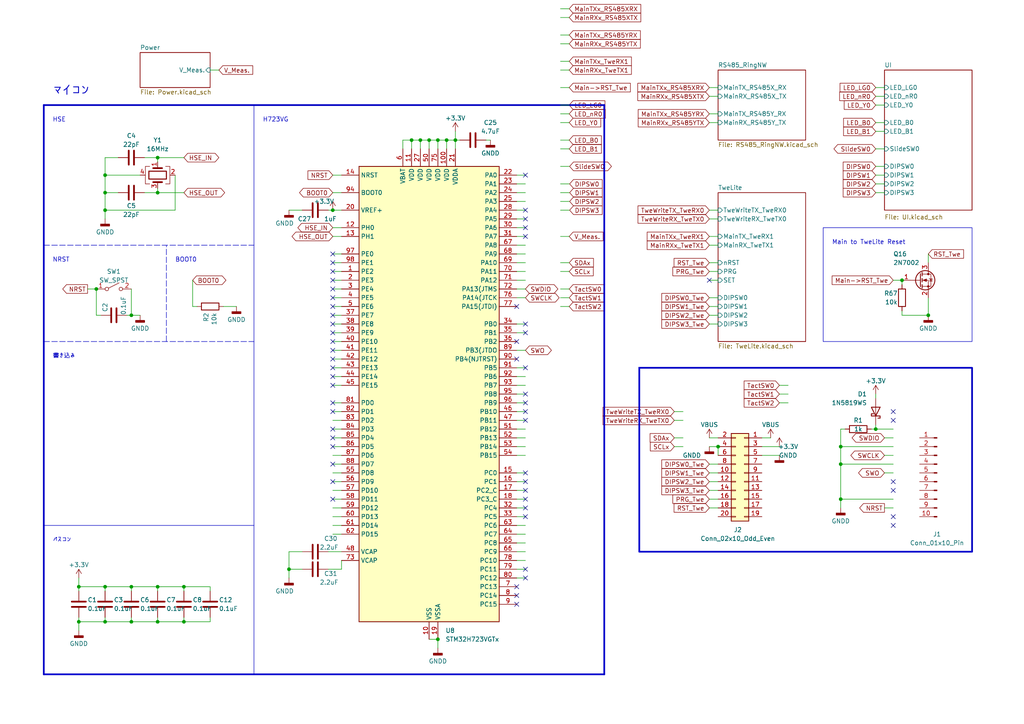
<source format=kicad_sch>
(kicad_sch (version 20230121) (generator eeschema)
  (paper "A4")
  (lib_symbols
    (symbol "Connector:Conn_01x10_Pin" (pin_names (offset 1.016) hide)
      (property "Reference" "J" (at 0 12.7 0))
      (property "Value" "Conn_01x10_Pin" (at 0 -15.24 0))
      (symbol "Conn_01x10_Pin_1_1"
        (pin passive line (at 5.08 10.16 180) (length 3.81) (name "Pin_1") (number "1"))
        (pin passive line (at 5.08 -12.7 180) (length 3.81) (name "Pin_10") (number "10"))
        (pin passive line (at 5.08 7.62 180) (length 3.81) (name "Pin_2") (number "2"))
        (pin passive line (at 5.08 5.08 180) (length 3.81) (name "Pin_3") (number "3"))
        (pin passive line (at 5.08 2.54 180) (length 3.81) (name "Pin_4") (number "4"))
        (pin passive line (at 5.08 0 180) (length 3.81) (name "Pin_5") (number "5"))
        (pin passive line (at 5.08 -2.54 180) (length 3.81) (name "Pin_6") (number "6"))
        (pin passive line (at 5.08 -5.08 180) (length 3.81) (name "Pin_7") (number "7"))
        (pin passive line (at 5.08 -7.62 180) (length 3.81) (name "Pin_8") (number "8"))
        (pin passive line (at 5.08 -10.16 180) (length 3.81) (name "Pin_9") (number "9"))
      )
    )
    (symbol "Connector_Generic:Conn_02x10_Odd_Even" (pin_names (offset 1.016) hide)
      (property "Reference" "J" (at 1.27 12.7 0))
      (property "Value" "Conn_02x10_Odd_Even" (at 1.27 -15.24 0))
      (symbol "Conn_02x10_Odd_Even_1_1"
        (pin passive line (at -5.08 10.16 0) (length 3.81) (name "Pin_1") (number "1"))
        (pin passive line (at 7.62 0 180) (length 3.81) (name "Pin_10") (number "10"))
        (pin passive line (at -5.08 -2.54 0) (length 3.81) (name "Pin_11") (number "11"))
        (pin passive line (at 7.62 -2.54 180) (length 3.81) (name "Pin_12") (number "12"))
        (pin passive line (at -5.08 -5.08 0) (length 3.81) (name "Pin_13") (number "13"))
        (pin passive line (at 7.62 -5.08 180) (length 3.81) (name "Pin_14") (number "14"))
        (pin passive line (at -5.08 -7.62 0) (length 3.81) (name "Pin_15") (number "15"))
        (pin passive line (at 7.62 -7.62 180) (length 3.81) (name "Pin_16") (number "16"))
        (pin passive line (at -5.08 -10.16 0) (length 3.81) (name "Pin_17") (number "17"))
        (pin passive line (at 7.62 -10.16 180) (length 3.81) (name "Pin_18") (number "18"))
        (pin passive line (at -5.08 -12.7 0) (length 3.81) (name "Pin_19") (number "19"))
        (pin passive line (at 7.62 10.16 180) (length 3.81) (name "Pin_2") (number "2"))
        (pin passive line (at 7.62 -12.7 180) (length 3.81) (name "Pin_20") (number "20"))
        (pin passive line (at -5.08 7.62 0) (length 3.81) (name "Pin_3") (number "3"))
        (pin passive line (at 7.62 7.62 180) (length 3.81) (name "Pin_4") (number "4"))
        (pin passive line (at -5.08 5.08 0) (length 3.81) (name "Pin_5") (number "5"))
        (pin passive line (at 7.62 5.08 180) (length 3.81) (name "Pin_6") (number "6"))
        (pin passive line (at -5.08 2.54 0) (length 3.81) (name "Pin_7") (number "7"))
        (pin passive line (at 7.62 2.54 180) (length 3.81) (name "Pin_8") (number "8"))
        (pin passive line (at -5.08 0 0) (length 3.81) (name "Pin_9") (number "9"))
      )
    )
    (symbol "D_Schottky_3" (pin_numbers hide) (pin_names (offset 1.016) hide)
      (property "Reference" "D" (at 0 2.54 0))
      (property "Value" "D_Schottky_3" (at 0 -2.54 0))
      (symbol "D_Schottky_3_1_1"
        (pin passive line (at -3.81 0 0) (length 2.54) (name "K") (number "1"))
        (pin passive line (at 3.81 0 180) (length 2.54) (name "A") (number "2"))
      )
    )
    (symbol "Device:C" (pin_numbers hide) (pin_names (offset 0.254))
      (property "Reference" "C" (at 0.635 2.54 0))
      (property "Value" "C" (at 0.635 -2.54 0))
      (symbol "C_1_1"
        (pin passive line (at 0 3.81 270) (length 2.794) (name "~") (number "1"))
        (pin passive line (at 0 -3.81 90) (length 2.794) (name "~") (number "2"))
      )
    )
    (symbol "Device:Crystal_GND24" (pin_names (offset 1.016) hide)
      (property "Reference" "Y" (at 3.175 5.08 0))
      (property "Value" "Crystal_GND24" (at 3.175 3.175 0))
      (symbol "Crystal_GND24_1_1"
        (pin passive line (at -3.81 0 0) (length 1.27) (name "1") (number "1"))
        (pin passive line (at 0 5.08 270) (length 1.27) (name "2") (number "2"))
        (pin passive line (at 3.81 0 180) (length 1.27) (name "3") (number "3"))
        (pin passive line (at 0 -5.08 90) (length 1.27) (name "4") (number "4"))
      )
    )
    (symbol "Device:R" (pin_numbers hide) (pin_names (offset 0))
      (property "Reference" "R" (at 2.032 0 90))
      (property "Value" "R" (at 0 0 90))
      (symbol "R_1_1"
        (pin passive line (at 0 3.81 270) (length 1.27) (name "~") (number "1"))
        (pin passive line (at 0 -3.81 90) (length 1.27) (name "~") (number "2"))
      )
    )
    (symbol "MCU_ST_STM32H7:STM32H723VGTx"
      (property "Reference" "U" (at -20.32 67.31 0))
      (property "Value" "STM32H723VGTx" (at 10.16 67.31 0))
      (symbol "STM32H723VGTx_1_1"
        (pin bidirectional line (at -25.4 35.56 0) (length 5.08) (name "PE2") (number "1"))
        (pin power_in line (at 0 -71.12 90) (length 5.08) (name "VSS") (number "10"))
        (pin power_in line (at 5.08 71.12 270) (length 5.08) (name "VDD") (number "100"))
        (pin power_in line (at -5.08 71.12 270) (length 5.08) (name "VDD") (number "11"))
        (pin bidirectional line (at -25.4 48.26 0) (length 5.08) (name "PH0") (number "12"))
        (pin bidirectional line (at -25.4 45.72 0) (length 5.08) (name "PH1") (number "13"))
        (pin input line (at -25.4 63.5 0) (length 5.08) (name "NRST") (number "14"))
        (pin bidirectional line (at 25.4 -22.86 180) (length 5.08) (name "PC0") (number "15"))
        (pin bidirectional line (at 25.4 -25.4 180) (length 5.08) (name "PC1") (number "16"))
        (pin bidirectional line (at 25.4 -27.94 180) (length 5.08) (name "PC2_C") (number "17"))
        (pin bidirectional line (at 25.4 -30.48 180) (length 5.08) (name "PC3_C") (number "18"))
        (pin power_in line (at 2.54 -71.12 90) (length 5.08) (name "VSSA") (number "19"))
        (pin bidirectional line (at -25.4 33.02 0) (length 5.08) (name "PE3") (number "2"))
        (pin input line (at -25.4 53.34 0) (length 5.08) (name "VREF+") (number "20"))
        (pin power_in line (at 7.62 71.12 270) (length 5.08) (name "VDDA") (number "21"))
        (pin bidirectional line (at 25.4 63.5 180) (length 5.08) (name "PA0") (number "22"))
        (pin bidirectional line (at 25.4 60.96 180) (length 5.08) (name "PA1") (number "23"))
        (pin bidirectional line (at 25.4 58.42 180) (length 5.08) (name "PA2") (number "24"))
        (pin bidirectional line (at 25.4 55.88 180) (length 5.08) (name "PA3") (number "25"))
        (pin passive line (at 0 -71.12 90) (length 5.08) hide (name "VSS") (number "26"))
        (pin power_in line (at -2.54 71.12 270) (length 5.08) (name "VDD") (number "27"))
        (pin bidirectional line (at 25.4 53.34 180) (length 5.08) (name "PA4") (number "28"))
        (pin bidirectional line (at 25.4 50.8 180) (length 5.08) (name "PA5") (number "29"))
        (pin bidirectional line (at -25.4 30.48 0) (length 5.08) (name "PE4") (number "3"))
        (pin bidirectional line (at 25.4 48.26 180) (length 5.08) (name "PA6") (number "30"))
        (pin bidirectional line (at 25.4 45.72 180) (length 5.08) (name "PA7") (number "31"))
        (pin bidirectional line (at 25.4 -33.02 180) (length 5.08) (name "PC4") (number "32"))
        (pin bidirectional line (at 25.4 -35.56 180) (length 5.08) (name "PC5") (number "33"))
        (pin bidirectional line (at 25.4 20.32 180) (length 5.08) (name "PB0") (number "34"))
        (pin bidirectional line (at 25.4 17.78 180) (length 5.08) (name "PB1") (number "35"))
        (pin bidirectional line (at 25.4 15.24 180) (length 5.08) (name "PB2") (number "36"))
        (pin bidirectional line (at -25.4 22.86 0) (length 5.08) (name "PE7") (number "37"))
        (pin bidirectional line (at -25.4 20.32 0) (length 5.08) (name "PE8") (number "38"))
        (pin bidirectional line (at -25.4 17.78 0) (length 5.08) (name "PE9") (number "39"))
        (pin bidirectional line (at -25.4 27.94 0) (length 5.08) (name "PE5") (number "4"))
        (pin bidirectional line (at -25.4 15.24 0) (length 5.08) (name "PE10") (number "40"))
        (pin bidirectional line (at -25.4 12.7 0) (length 5.08) (name "PE11") (number "41"))
        (pin bidirectional line (at -25.4 10.16 0) (length 5.08) (name "PE12") (number "42"))
        (pin bidirectional line (at -25.4 7.62 0) (length 5.08) (name "PE13") (number "43"))
        (pin bidirectional line (at -25.4 5.08 0) (length 5.08) (name "PE14") (number "44"))
        (pin bidirectional line (at -25.4 2.54 0) (length 5.08) (name "PE15") (number "45"))
        (pin bidirectional line (at 25.4 -5.08 180) (length 5.08) (name "PB10") (number "46"))
        (pin bidirectional line (at 25.4 -7.62 180) (length 5.08) (name "PB11") (number "47"))
        (pin power_out line (at -25.4 -45.72 0) (length 5.08) (name "VCAP") (number "48"))
        (pin passive line (at 0 -71.12 90) (length 5.08) hide (name "VSS") (number "49"))
        (pin bidirectional line (at -25.4 25.4 0) (length 5.08) (name "PE6") (number "5"))
        (pin power_in line (at 0 71.12 270) (length 5.08) (name "VDD") (number "50"))
        (pin bidirectional line (at 25.4 -10.16 180) (length 5.08) (name "PB12") (number "51"))
        (pin bidirectional line (at 25.4 -12.7 180) (length 5.08) (name "PB13") (number "52"))
        (pin bidirectional line (at 25.4 -15.24 180) (length 5.08) (name "PB14") (number "53"))
        (pin bidirectional line (at 25.4 -17.78 180) (length 5.08) (name "PB15") (number "54"))
        (pin bidirectional line (at -25.4 -22.86 0) (length 5.08) (name "PD8") (number "55"))
        (pin bidirectional line (at -25.4 -25.4 0) (length 5.08) (name "PD9") (number "56"))
        (pin bidirectional line (at -25.4 -27.94 0) (length 5.08) (name "PD10") (number "57"))
        (pin bidirectional line (at -25.4 -30.48 0) (length 5.08) (name "PD11") (number "58"))
        (pin bidirectional line (at -25.4 -33.02 0) (length 5.08) (name "PD12") (number "59"))
        (pin power_in line (at -7.62 71.12 270) (length 5.08) (name "VBAT") (number "6"))
        (pin bidirectional line (at -25.4 -35.56 0) (length 5.08) (name "PD13") (number "60"))
        (pin bidirectional line (at -25.4 -38.1 0) (length 5.08) (name "PD14") (number "61"))
        (pin bidirectional line (at -25.4 -40.64 0) (length 5.08) (name "PD15") (number "62"))
        (pin bidirectional line (at 25.4 -38.1 180) (length 5.08) (name "PC6") (number "63"))
        (pin bidirectional line (at 25.4 -40.64 180) (length 5.08) (name "PC7") (number "64"))
        (pin bidirectional line (at 25.4 -43.18 180) (length 5.08) (name "PC8") (number "65"))
        (pin bidirectional line (at 25.4 -45.72 180) (length 5.08) (name "PC9") (number "66"))
        (pin bidirectional line (at 25.4 43.18 180) (length 5.08) (name "PA8") (number "67"))
        (pin bidirectional line (at 25.4 40.64 180) (length 5.08) (name "PA9") (number "68"))
        (pin bidirectional line (at 25.4 38.1 180) (length 5.08) (name "PA10") (number "69"))
        (pin bidirectional line (at 25.4 -55.88 180) (length 5.08) (name "PC13") (number "7"))
        (pin bidirectional line (at 25.4 35.56 180) (length 5.08) (name "PA11") (number "70"))
        (pin bidirectional line (at 25.4 33.02 180) (length 5.08) (name "PA12") (number "71"))
        (pin bidirectional line (at 25.4 30.48 180) (length 5.08) (name "PA13(JTMS") (number "72"))
        (pin power_out line (at -25.4 -48.26 0) (length 5.08) (name "VCAP") (number "73"))
        (pin passive line (at 0 -71.12 90) (length 5.08) hide (name "VSS") (number "74"))
        (pin power_in line (at 2.54 71.12 270) (length 5.08) (name "VDD") (number "75"))
        (pin bidirectional line (at 25.4 27.94 180) (length 5.08) (name "PA14(JTCK") (number "76"))
        (pin bidirectional line (at 25.4 25.4 180) (length 5.08) (name "PA15(JTDI)") (number "77"))
        (pin bidirectional line (at 25.4 -48.26 180) (length 5.08) (name "PC10") (number "78"))
        (pin bidirectional line (at 25.4 -50.8 180) (length 5.08) (name "PC11") (number "79"))
        (pin bidirectional line (at 25.4 -58.42 180) (length 5.08) (name "PC14") (number "8"))
        (pin bidirectional line (at 25.4 -53.34 180) (length 5.08) (name "PC12") (number "80"))
        (pin bidirectional line (at -25.4 -2.54 0) (length 5.08) (name "PD0") (number "81"))
        (pin bidirectional line (at -25.4 -5.08 0) (length 5.08) (name "PD1") (number "82"))
        (pin bidirectional line (at -25.4 -7.62 0) (length 5.08) (name "PD2") (number "83"))
        (pin bidirectional line (at -25.4 -10.16 0) (length 5.08) (name "PD3") (number "84"))
        (pin bidirectional line (at -25.4 -12.7 0) (length 5.08) (name "PD4") (number "85"))
        (pin bidirectional line (at -25.4 -15.24 0) (length 5.08) (name "PD5") (number "86"))
        (pin bidirectional line (at -25.4 -17.78 0) (length 5.08) (name "PD6") (number "87"))
        (pin bidirectional line (at -25.4 -20.32 0) (length 5.08) (name "PD7") (number "88"))
        (pin bidirectional line (at 25.4 12.7 180) (length 5.08) (name "PB3(JTDO") (number "89"))
        (pin bidirectional line (at 25.4 -60.96 180) (length 5.08) (name "PC15") (number "9"))
        (pin bidirectional line (at 25.4 10.16 180) (length 5.08) (name "PB4(NJTRST)") (number "90"))
        (pin bidirectional line (at 25.4 7.62 180) (length 5.08) (name "PB5") (number "91"))
        (pin bidirectional line (at 25.4 5.08 180) (length 5.08) (name "PB6") (number "92"))
        (pin bidirectional line (at 25.4 2.54 180) (length 5.08) (name "PB7") (number "93"))
        (pin input line (at -25.4 58.42 0) (length 5.08) (name "BOOT0") (number "94"))
        (pin bidirectional line (at 25.4 0 180) (length 5.08) (name "PB8") (number "95"))
        (pin bidirectional line (at 25.4 -2.54 180) (length 5.08) (name "PB9") (number "96"))
        (pin bidirectional line (at -25.4 40.64 0) (length 5.08) (name "PE0") (number "97"))
        (pin bidirectional line (at -25.4 38.1 0) (length 5.08) (name "PE1") (number "98"))
        (pin passive line (at 0 -71.12 90) (length 5.08) hide (name "VSS") (number "99"))
      )
    )
    (symbol "Switch:SW_SPST" (pin_names (offset 0) hide)
      (property "Reference" "SW" (at 0 3.175 0))
      (property "Value" "SW_SPST" (at 0 -2.54 0))
      (symbol "SW_SPST_1_1"
        (pin passive line (at -5.08 0 0) (length 2.54) (name "A") (number "1"))
        (pin passive line (at 5.08 0 180) (length 2.54) (name "B") (number "2"))
      )
    )
    (symbol "Transistor_FET:2N7002" (pin_names hide)
      (property "Reference" "Q" (at 5.08 1.905 0))
      (property "Value" "2N7002" (at 5.08 0 0))
      (symbol "2N7002_1_1"
        (pin input line (at -5.08 0 0) (length 2.54) (name "G") (number "1"))
        (pin passive line (at 2.54 -5.08 90) (length 2.54) (name "S") (number "2"))
        (pin passive line (at 2.54 5.08 270) (length 2.54) (name "D") (number "3"))
      )
    )
    (symbol "power:+3.3V" (power) (pin_names (offset 0))
      (property "Value" "+3.3V" (at 0 3.556 0))
      (symbol "+3.3V_1_1"
        (pin power_in line (at 0 0 90) (length 0) hide (name "+3.3V") (number "1"))
      )
    )
    (symbol "power:GNDD" (power) (pin_names (offset 0))
      (property "Value" "GNDD" (at 0 -3.175 0))
      (symbol "GNDD_1_1"
        (pin power_in line (at 0 0 270) (length 0) hide (name "GNDD") (number "1"))
      )
    )
    (symbol "power:VBUS" (power) (pin_names (offset 0))
      (property "Value" "VBUS" (at 0 3.81 0))
      (symbol "VBUS_1_1"
        (pin power_in line (at 0 0 90) (length 0) hide (name "VBUS") (number "1"))
      )
    )
  )
  (junction (at 83.82 165.1))
  (junction (at 45.72 55.88))
  (junction (at 30.48 55.88))
  (junction (at 27.94 83.82))
  (junction (at 127 185.42))
  (junction (at 243.84 129.54))
  (junction (at 45.72 170.18))
  (junction (at 119.38 40.64))
  (junction (at 22.86 180.34))
  (junction (at 129.54 40.64))
  (junction (at 38.1 91.44))
  (junction (at 30.48 50.8))
  (junction (at 261.62 81.28))
  (junction (at 30.48 60.96))
  (junction (at 45.72 45.72))
  (junction (at 38.1 180.34))
  (junction (at 243.84 144.78))
  (junction (at 132.08 40.64))
  (junction (at 38.1 170.18))
  (junction (at 30.48 170.18))
  (junction (at 208.28 129.54))
  (junction (at 53.34 180.34))
  (junction (at 121.92 40.64))
  (junction (at 269.24 91.44))
  (junction (at 127 40.64))
  (junction (at 53.34 170.18))
  (junction (at 96.52 60.96))
  (junction (at 30.48 180.34))
  (junction (at 45.72 180.34))
  (junction (at 243.84 134.62))
  (junction (at 22.86 170.18))
  (junction (at 124.46 40.64))
  (junction (at 254 124.46))
  (no_connect (at 96.52 129.54))
  (no_connect (at 152.4 50.8))
  (no_connect (at 96.52 124.46))
  (no_connect (at 152.4 63.5))
  (no_connect (at 96.52 127))
  (no_connect (at 96.52 134.62))
  (no_connect (at 152.4 121.92))
  (no_connect (at 259.08 119.38))
  (no_connect (at 152.4 96.52))
  (no_connect (at 96.52 83.82))
  (no_connect (at 149.86 104.14))
  (no_connect (at 205.74 81.28))
  (no_connect (at 259.08 121.92))
  (no_connect (at 96.52 99.06))
  (no_connect (at 96.52 111.76))
  (no_connect (at 152.4 93.98))
  (no_connect (at 149.86 88.9))
  (no_connect (at 152.4 66.04))
  (no_connect (at 152.4 165.1))
  (no_connect (at 152.4 106.68))
  (no_connect (at 259.08 149.86))
  (no_connect (at 96.52 91.44))
  (no_connect (at 96.52 139.7))
  (no_connect (at 152.4 149.86))
  (no_connect (at 96.52 93.98))
  (no_connect (at 152.4 114.3))
  (no_connect (at 149.86 170.18))
  (no_connect (at 96.52 104.14))
  (no_connect (at 96.52 78.74))
  (no_connect (at 259.08 139.7))
  (no_connect (at 152.4 139.7))
  (no_connect (at 152.4 142.24))
  (no_connect (at 152.4 167.64))
  (no_connect (at 96.52 144.78))
  (no_connect (at 152.4 60.96))
  (no_connect (at 96.52 106.68))
  (no_connect (at 152.4 144.78))
  (no_connect (at 149.86 99.06))
  (no_connect (at 96.52 96.52))
  (no_connect (at 96.52 81.28))
  (no_connect (at 96.52 88.9))
  (no_connect (at 152.4 137.16))
  (no_connect (at 152.4 116.84))
  (no_connect (at 96.52 101.6))
  (no_connect (at 149.86 172.72))
  (no_connect (at 96.52 76.2))
  (no_connect (at 152.4 147.32))
  (no_connect (at 152.4 68.58))
  (no_connect (at 259.08 142.24))
  (no_connect (at 96.52 86.36))
  (no_connect (at 259.08 152.4))
  (no_connect (at 152.4 119.38))
  (no_connect (at 149.86 175.26))
  (no_connect (at 96.52 73.66))
  (no_connect (at 96.52 109.22))
  (no_connect (at 96.52 119.38))
  (no_connect (at 96.52 116.84))
  (wire (pts (xy 205.74 63.5) (xy 208.28 63.5)))
  (wire (pts (xy 96.52 104.14) (xy 99.06 104.14)))
  (wire (pts (xy 226.06 114.3) (xy 228.6 114.3)))
  (wire (pts (xy 83.82 160.02) (xy 87.63 160.02)))
  (wire (pts (xy 149.86 157.48) (xy 152.4 157.48)))
  (wire (pts (xy 152.4 73.66) (xy 149.86 73.66)))
  (wire (pts (xy 96.52 111.76) (xy 99.06 111.76)))
  (wire (pts (xy 149.86 152.4) (xy 152.4 152.4)))
  (wire (pts (xy 261.62 90.17) (xy 261.62 91.44)))
  (wire (pts (xy 96.52 73.66) (xy 99.06 73.66)))
  (wire (pts (xy 208.28 129.54) (xy 208.28 132.08)))
  (wire (pts (xy 165.1 88.9) (xy 162.56 88.9)))
  (wire (pts (xy 245.11 124.46) (xy 243.84 124.46)))
  (wire (pts (xy 132.08 38.1) (xy 132.08 40.64)))
  (wire (pts (xy 254 25.4) (xy 256.54 25.4)))
  (wire (pts (xy 96.52 96.52) (xy 99.06 96.52)))
  (wire (pts (xy 124.46 185.42) (xy 127 185.42)))
  (wire (pts (xy 64.77 88.9) (xy 68.58 88.9)))
  (wire (pts (xy 152.4 68.58) (xy 149.86 68.58)))
  (wire (pts (xy 119.38 40.64) (xy 121.92 40.64)))
  (wire (pts (xy 60.96 20.32) (xy 63.5 20.32)))
  (wire (pts (xy 38.1 180.34) (xy 45.72 180.34)))
  (wire (pts (xy 152.4 116.84) (xy 149.86 116.84)))
  (wire (pts (xy 165.1 2.54) (xy 162.56 2.54)))
  (wire (pts (xy 254 114.3) (xy 254 115.57)))
  (wire (pts (xy 55.88 81.28) (xy 55.88 88.9)))
  (polyline (pts (xy 175.26 195.58) (xy 175.26 30.48)) (stroke (width 0.5) (type solid)))
  (wire (pts (xy 165.1 86.36) (xy 162.56 86.36)))
  (wire (pts (xy 165.1 83.82) (xy 162.56 83.82)))
  (wire (pts (xy 152.4 93.98) (xy 149.86 93.98)))
  (wire (pts (xy 165.1 60.96) (xy 162.56 60.96)))
  (wire (pts (xy 96.52 81.28) (xy 99.06 81.28)))
  (wire (pts (xy 96.52 66.04) (xy 99.06 66.04)))
  (wire (pts (xy 22.86 180.34) (xy 22.86 182.88)))
  (wire (pts (xy 205.74 27.94) (xy 208.28 27.94)))
  (wire (pts (xy 152.4 55.88) (xy 149.86 55.88)))
  (wire (pts (xy 96.52 144.78) (xy 99.06 144.78)))
  (wire (pts (xy 205.74 91.44) (xy 208.28 91.44)))
  (wire (pts (xy 53.34 45.72) (xy 45.72 45.72)))
  (wire (pts (xy 96.52 127) (xy 99.06 127)))
  (wire (pts (xy 152.4 142.24) (xy 149.86 142.24)))
  (wire (pts (xy 53.34 170.18) (xy 60.96 170.18)))
  (wire (pts (xy 243.84 124.46) (xy 243.84 129.54)))
  (wire (pts (xy 152.4 132.08) (xy 149.86 132.08)))
  (wire (pts (xy 22.86 167.64) (xy 22.86 170.18)))
  (wire (pts (xy 152.4 66.04) (xy 149.86 66.04)))
  (wire (pts (xy 152.4 96.52) (xy 149.86 96.52)))
  (wire (pts (xy 96.52 116.84) (xy 99.06 116.84)))
  (wire (pts (xy 53.34 180.34) (xy 53.34 179.07)))
  (wire (pts (xy 96.52 76.2) (xy 99.06 76.2)))
  (wire (pts (xy 30.48 55.88) (xy 34.29 55.88)))
  (wire (pts (xy 254 35.56) (xy 256.54 35.56)))
  (wire (pts (xy 27.94 83.82) (xy 27.94 91.44)))
  (wire (pts (xy 140.97 40.64) (xy 142.24 40.64)))
  (wire (pts (xy 96.52 147.32) (xy 99.06 147.32)))
  (wire (pts (xy 124.46 40.64) (xy 127 40.64)))
  (wire (pts (xy 41.91 55.88) (xy 45.72 55.88)))
  (wire (pts (xy 243.84 134.62) (xy 243.84 129.54)))
  (wire (pts (xy 165.1 48.26) (xy 162.56 48.26)))
  (polyline (pts (xy 73.66 30.48) (xy 73.66 195.58)) (stroke (width 0) (type solid)))
  (wire (pts (xy 152.4 121.92) (xy 149.86 121.92)))
  (wire (pts (xy 129.54 43.18) (xy 129.54 40.64)))
  (wire (pts (xy 254 38.1) (xy 256.54 38.1)))
  (wire (pts (xy 259.08 81.28) (xy 261.62 81.28)))
  (wire (pts (xy 25.4 83.82) (xy 27.94 83.82)))
  (wire (pts (xy 205.74 81.28) (xy 208.28 81.28)))
  (wire (pts (xy 22.86 170.18) (xy 30.48 170.18)))
  (wire (pts (xy 254 50.8) (xy 256.54 50.8)))
  (wire (pts (xy 95.25 165.1) (xy 99.06 165.1)))
  (wire (pts (xy 95.25 160.02) (xy 99.06 160.02)))
  (wire (pts (xy 38.1 170.18) (xy 45.72 170.18)))
  (wire (pts (xy 30.48 180.34) (xy 38.1 180.34)))
  (wire (pts (xy 27.94 91.44) (xy 29.21 91.44)))
  (wire (pts (xy 96.52 60.96) (xy 99.06 60.96)))
  (wire (pts (xy 220.98 129.54) (xy 226.06 129.54)))
  (wire (pts (xy 165.1 58.42) (xy 162.56 58.42)))
  (wire (pts (xy 165.1 20.32) (xy 162.56 20.32)))
  (wire (pts (xy 205.74 93.98) (xy 208.28 93.98)))
  (polyline (pts (xy 12.7 30.48) (xy 12.7 195.58)) (stroke (width 0.5) (type solid)))
  (wire (pts (xy 124.46 40.64) (xy 124.46 43.18)))
  (wire (pts (xy 165.1 78.74) (xy 162.56 78.74)))
  (wire (pts (xy 254 30.48) (xy 256.54 30.48)))
  (wire (pts (xy 129.54 40.64) (xy 132.08 40.64)))
  (wire (pts (xy 30.48 170.18) (xy 38.1 170.18)))
  (wire (pts (xy 269.24 91.44) (xy 269.24 86.36)))
  (wire (pts (xy 96.52 78.74) (xy 99.06 78.74)))
  (wire (pts (xy 83.82 165.1) (xy 83.82 160.02)))
  (wire (pts (xy 254 43.18) (xy 256.54 43.18)))
  (wire (pts (xy 38.1 83.82) (xy 38.1 91.44)))
  (wire (pts (xy 165.1 5.08) (xy 162.56 5.08)))
  (wire (pts (xy 152.4 76.2) (xy 149.86 76.2)))
  (polyline (pts (xy 12.7 99.06) (xy 73.66 99.06)) (stroke (width 0) (type dash)))
  (wire (pts (xy 96.52 119.38) (xy 99.06 119.38)))
  (wire (pts (xy 22.86 179.07) (xy 22.86 180.34)))
  (wire (pts (xy 205.74 68.58) (xy 208.28 68.58)))
  (wire (pts (xy 205.74 71.12) (xy 208.28 71.12)))
  (wire (pts (xy 152.4 81.28) (xy 149.86 81.28)))
  (wire (pts (xy 30.48 179.07) (xy 30.48 180.34)))
  (wire (pts (xy 205.74 86.36) (xy 208.28 86.36)))
  (wire (pts (xy 96.52 68.58) (xy 99.06 68.58)))
  (wire (pts (xy 152.4 124.46) (xy 149.86 124.46)))
  (wire (pts (xy 259.08 147.32) (xy 256.54 147.32)))
  (wire (pts (xy 38.1 179.07) (xy 38.1 180.34)))
  (wire (pts (xy 99.06 142.24) (xy 96.52 142.24)))
  (wire (pts (xy 96.52 134.62) (xy 99.06 134.62)))
  (wire (pts (xy 259.08 137.16) (xy 256.54 137.16)))
  (wire (pts (xy 127 40.64) (xy 129.54 40.64)))
  (wire (pts (xy 38.1 170.18) (xy 38.1 171.45)))
  (wire (pts (xy 45.72 170.18) (xy 45.72 171.45)))
  (wire (pts (xy 165.1 30.48) (xy 162.56 30.48)))
  (wire (pts (xy 45.72 170.18) (xy 53.34 170.18)))
  (wire (pts (xy 96.52 109.22) (xy 99.06 109.22)))
  (wire (pts (xy 220.98 132.08) (xy 226.06 132.08)))
  (wire (pts (xy 152.4 60.96) (xy 149.86 60.96)))
  (wire (pts (xy 55.88 88.9) (xy 57.15 88.9)))
  (wire (pts (xy 96.52 101.6) (xy 99.06 101.6)))
  (wire (pts (xy 152.4 165.1) (xy 149.86 165.1)))
  (wire (pts (xy 205.74 127) (xy 208.28 127)))
  (wire (pts (xy 259.08 132.08) (xy 256.54 132.08)))
  (wire (pts (xy 96.52 154.94) (xy 99.06 154.94)))
  (wire (pts (xy 83.82 167.64) (xy 83.82 165.1)))
  (wire (pts (xy 34.29 45.72) (xy 30.48 45.72)))
  (wire (pts (xy 96.52 83.82) (xy 99.06 83.82)))
  (wire (pts (xy 30.48 55.88) (xy 30.48 60.96)))
  (wire (pts (xy 205.74 144.78) (xy 208.28 144.78)))
  (wire (pts (xy 60.96 180.34) (xy 60.96 179.07)))
  (wire (pts (xy 195.58 119.38) (xy 198.12 119.38)))
  (wire (pts (xy 133.35 40.64) (xy 132.08 40.64)))
  (wire (pts (xy 254 27.94) (xy 256.54 27.94)))
  (wire (pts (xy 53.34 180.34) (xy 60.96 180.34)))
  (wire (pts (xy 205.74 139.7) (xy 208.28 139.7)))
  (wire (pts (xy 226.06 111.76) (xy 228.6 111.76)))
  (polyline (pts (xy 12.7 71.12) (xy 73.66 71.12)) (stroke (width 0) (type dash)))
  (wire (pts (xy 205.74 25.4) (xy 208.28 25.4)))
  (wire (pts (xy 96.52 106.68) (xy 99.06 106.68)))
  (wire (pts (xy 195.58 121.92) (xy 198.12 121.92)))
  (wire (pts (xy 95.25 60.96) (xy 96.52 60.96)))
  (wire (pts (xy 99.06 162.56) (xy 99.06 165.1)))
  (wire (pts (xy 96.52 93.98) (xy 99.06 93.98)))
  (wire (pts (xy 30.48 50.8) (xy 30.48 55.88)))
  (wire (pts (xy 205.74 142.24) (xy 208.28 142.24)))
  (wire (pts (xy 261.62 81.28) (xy 261.62 82.55)))
  (wire (pts (xy 205.74 88.9) (xy 208.28 88.9)))
  (wire (pts (xy 149.86 160.02) (xy 152.4 160.02)))
  (wire (pts (xy 165.1 12.7) (xy 162.56 12.7)))
  (wire (pts (xy 60.96 170.18) (xy 60.96 171.45)))
  (wire (pts (xy 220.98 127) (xy 223.52 127)))
  (wire (pts (xy 116.84 40.64) (xy 119.38 40.64)))
  (wire (pts (xy 152.4 127) (xy 149.86 127)))
  (wire (pts (xy 152.4 119.38) (xy 149.86 119.38)))
  (wire (pts (xy 22.86 170.18) (xy 22.86 171.45)))
  (wire (pts (xy 149.86 71.12) (xy 152.4 71.12)))
  (wire (pts (xy 261.62 91.44) (xy 269.24 91.44)))
  (wire (pts (xy 152.4 109.22) (xy 149.86 109.22)))
  (wire (pts (xy 254 123.19) (xy 254 124.46)))
  (wire (pts (xy 127 40.64) (xy 127 43.18)))
  (wire (pts (xy 45.72 45.72) (xy 45.72 46.99)))
  (wire (pts (xy 149.86 83.82) (xy 152.4 83.82)))
  (wire (pts (xy 30.48 60.96) (xy 50.8 60.96)))
  (wire (pts (xy 269.24 73.66) (xy 269.24 76.2)))
  (wire (pts (xy 162.56 25.4) (xy 165.1 25.4)))
  (wire (pts (xy 41.91 45.72) (xy 45.72 45.72)))
  (wire (pts (xy 152.4 78.74) (xy 149.86 78.74)))
  (wire (pts (xy 99.06 152.4) (xy 96.52 152.4)))
  (wire (pts (xy 259.08 144.78) (xy 243.84 144.78)))
  (wire (pts (xy 45.72 55.88) (xy 53.34 55.88)))
  (wire (pts (xy 96.52 132.08) (xy 99.06 132.08)))
  (wire (pts (xy 132.08 40.64) (xy 132.08 43.18)))
  (wire (pts (xy 30.48 50.8) (xy 40.64 50.8)))
  (polyline (pts (xy 12.7 30.48) (xy 175.26 30.48)) (stroke (width 0.5) (type solid)))
  (wire (pts (xy 96.52 55.88) (xy 99.06 55.88)))
  (wire (pts (xy 205.74 134.62) (xy 208.28 134.62)))
  (wire (pts (xy 152.4 129.54) (xy 149.86 129.54)))
  (wire (pts (xy 165.1 76.2) (xy 162.56 76.2)))
  (wire (pts (xy 254 124.46) (xy 259.08 124.46)))
  (wire (pts (xy 87.63 60.96) (xy 83.82 60.96)))
  (wire (pts (xy 243.84 144.78) (xy 243.84 134.62)))
  (wire (pts (xy 259.08 127) (xy 256.54 127)))
  (wire (pts (xy 50.8 50.8) (xy 50.8 60.96)))
  (wire (pts (xy 165.1 40.64) (xy 162.56 40.64)))
  (wire (pts (xy 22.86 180.34) (xy 30.48 180.34)))
  (wire (pts (xy 121.92 43.18) (xy 121.92 40.64)))
  (polyline (pts (xy 73.66 152.4) (xy 12.7 152.4)) (stroke (width 0) (type solid)))
  (wire (pts (xy 162.56 68.58) (xy 165.1 68.58)))
  (wire (pts (xy 254 48.26) (xy 256.54 48.26)))
  (wire (pts (xy 152.4 149.86) (xy 149.86 149.86)))
  (wire (pts (xy 243.84 147.32) (xy 243.84 144.78)))
  (wire (pts (xy 195.58 129.54) (xy 198.12 129.54)))
  (wire (pts (xy 30.48 63.5) (xy 30.48 60.96)))
  (wire (pts (xy 226.06 116.84) (xy 228.6 116.84)))
  (wire (pts (xy 149.86 101.6) (xy 152.4 101.6)))
  (wire (pts (xy 165.1 33.02) (xy 162.56 33.02)))
  (wire (pts (xy 205.74 35.56) (xy 208.28 35.56)))
  (wire (pts (xy 152.4 162.56) (xy 149.86 162.56)))
  (wire (pts (xy 127 187.96) (xy 127 185.42)))
  (wire (pts (xy 205.74 129.54) (xy 208.28 129.54)))
  (wire (pts (xy 96.52 149.86) (xy 99.06 149.86)))
  (wire (pts (xy 205.74 33.02) (xy 208.28 33.02)))
  (wire (pts (xy 96.52 88.9) (xy 99.06 88.9)))
  (wire (pts (xy 152.4 137.16) (xy 149.86 137.16)))
  (wire (pts (xy 116.84 43.18) (xy 116.84 40.64)))
  (wire (pts (xy 152.4 144.78) (xy 149.86 144.78)))
  (wire (pts (xy 96.52 129.54) (xy 99.06 129.54)))
  (wire (pts (xy 96.52 50.8) (xy 99.06 50.8)))
  (wire (pts (xy 152.4 147.32) (xy 149.86 147.32)))
  (wire (pts (xy 165.1 53.34) (xy 162.56 53.34)))
  (wire (pts (xy 53.34 170.18) (xy 53.34 171.45)))
  (wire (pts (xy 149.86 53.34) (xy 152.4 53.34)))
  (wire (pts (xy 30.48 170.18) (xy 30.48 171.45)))
  (wire (pts (xy 165.1 55.88) (xy 162.56 55.88)))
  (wire (pts (xy 38.1 91.44) (xy 36.83 91.44)))
  (wire (pts (xy 152.4 106.68) (xy 149.86 106.68)))
  (polyline (pts (xy 48.26 99.06) (xy 48.26 71.12)) (stroke (width 0) (type dash)))
  (wire (pts (xy 165.1 17.78) (xy 162.56 17.78)))
  (wire (pts (xy 96.52 121.92) (xy 99.06 121.92)))
  (wire (pts (xy 254 124.46) (xy 252.73 124.46)))
  (wire (pts (xy 87.63 165.1) (xy 83.82 165.1)))
  (wire (pts (xy 152.4 63.5) (xy 149.86 63.5)))
  (wire (pts (xy 259.08 129.54) (xy 243.84 129.54)))
  (wire (pts (xy 152.4 50.8) (xy 149.86 50.8)))
  (wire (pts (xy 96.52 99.06) (xy 99.06 99.06)))
  (wire (pts (xy 45.72 54.61) (xy 45.72 55.88)))
  (wire (pts (xy 121.92 40.64) (xy 124.46 40.64)))
  (wire (pts (xy 152.4 58.42) (xy 149.86 58.42)))
  (wire (pts (xy 45.72 179.07) (xy 45.72 180.34)))
  (wire (pts (xy 259.08 134.62) (xy 243.84 134.62)))
  (wire (pts (xy 205.74 137.16) (xy 208.28 137.16)))
  (wire (pts (xy 205.74 76.2) (xy 208.28 76.2)))
  (wire (pts (xy 152.4 114.3) (xy 149.86 114.3)))
  (wire (pts (xy 165.1 10.16) (xy 162.56 10.16)))
  (wire (pts (xy 205.74 147.32) (xy 208.28 147.32)))
  (wire (pts (xy 38.1 91.44) (xy 40.64 91.44)))
  (wire (pts (xy 96.52 86.36) (xy 99.06 86.36)))
  (polyline (pts (xy 12.7 195.58) (xy 175.26 195.58)) (stroke (width 0.5) (type solid)))
  (wire (pts (xy 165.1 35.56) (xy 162.56 35.56)))
  (wire (pts (xy 30.48 45.72) (xy 30.48 50.8)))
  (wire (pts (xy 152.4 139.7) (xy 149.86 139.7)))
  (wire (pts (xy 96.52 137.16) (xy 99.06 137.16)))
  (wire (pts (xy 165.1 43.18) (xy 162.56 43.18)))
  (wire (pts (xy 152.4 111.76) (xy 149.86 111.76)))
  (wire (pts (xy 149.86 154.94) (xy 152.4 154.94)))
  (wire (pts (xy 119.38 40.64) (xy 119.38 43.18)))
  (wire (pts (xy 96.52 124.46) (xy 99.06 124.46)))
  (wire (pts (xy 152.4 167.64) (xy 149.86 167.64)))
  (wire (pts (xy 96.52 91.44) (xy 99.06 91.44)))
  (wire (pts (xy 205.74 60.96) (xy 208.28 60.96)))
  (wire (pts (xy 149.86 86.36) (xy 152.4 86.36)))
  (wire (pts (xy 96.52 139.7) (xy 99.06 139.7)))
  (wire (pts (xy 205.74 78.74) (xy 208.28 78.74)))
  (wire (pts (xy 195.58 127) (xy 198.12 127)))
  (wire (pts (xy 254 55.88) (xy 256.54 55.88)))
  (wire (pts (xy 45.72 180.34) (xy 53.34 180.34)))
  (wire (pts (xy 254 53.34) (xy 256.54 53.34)))
  (rectangle (start 185.42 106.68) (end 281.94 160.02) (stroke (width 0.5)))
  (rectangle (start 238.76 66.04) (end 281.94 99.06))
  (text "書き込み" (at 15.24 104.14 0) (effects (font (size 1.27 1.27)) (justify left bottom)))
  (text "H723VG" (at 76.2 35.56 0) (effects (font (size 1.27 1.27)) (justify left bottom)))
  (text "パスコン" (at 15.24 157.48 0) (effects (font (size 1.27 1.27)) (justify left bottom)))
  (text "BOOT0" (at 50.8 76.2 0) (effects (font (size 1.27 1.27)) (justify left bottom)))
  (text "マイコン" (at 15.24 27.94 0) (effects (font (size 2.54 2.54) (thickness 0.254) bold) (justify left bottom)))
  (text "HSE" (at 15.24 35.56 0) (effects (font (size 1.27 1.27)) (justify left bottom)))
  (text "NRST" (at 15.24 76.2 0) (effects (font (size 1.27 1.27)) (justify left bottom)))
  (text "Main to TweLite Reset" (at 241.3 71.12 0) (effects (font (size 1.27 1.27)) (justify left bottom)))
  (global_label "DIPSW2_Twe" (shape input) (at 205.74 91.44 180) (property "Intersheetrefs" "${INTERSHEET_REFS}" (effects hide)))
  (global_label "SWDIO" (shape bidirectional) (at 256.54 127 180) (property "Intersheetrefs" "${INTERSHEET_REFS}" (effects hide)))
  (global_label "DIPSW1" (shape input) (at 254 50.8 180) (property "Intersheetrefs" "${INTERSHEET_REFS}" (effects hide)))
  (global_label "TactSW2" (shape input) (at 165.1 88.9 0) (property "Intersheetrefs" "${INTERSHEET_REFS}" (effects hide)))
  (global_label "LED_Y0" (shape input) (at 254 30.48 180) (property "Intersheetrefs" "${INTERSHEET_REFS}" (effects hide)))
  (global_label "LED_nR0" (shape input) (at 254 27.94 180) (property "Intersheetrefs" "${INTERSHEET_REFS}" (effects hide)))
  (global_label "NRST" (shape output) (at 25.4 83.82 180) (property "Intersheetrefs" "${INTERSHEET_REFS}" (effects hide)))
  (global_label "HSE_IN" (shape bidirectional) (at 96.52 66.04 180) (property "Intersheetrefs" "${INTERSHEET_REFS}" (effects hide)))
  (global_label "MainTXx_RS485YRX" (shape input) (at 165.1 10.16 0) (property "Intersheetrefs" "${INTERSHEET_REFS}" (effects hide)))
  (global_label "HSE_OUT" (shape bidirectional) (at 53.34 55.88 0) (property "Intersheetrefs" "${INTERSHEET_REFS}" (effects hide)))
  (global_label "DIPSW2_Twe" (shape input) (at 205.74 139.7 180) (property "Intersheetrefs" "${INTERSHEET_REFS}" (effects hide)))
  (global_label "SWO" (shape bidirectional) (at 256.54 137.16 180) (property "Intersheetrefs" "${INTERSHEET_REFS}" (effects hide)))
  (global_label "LED_Y0" (shape input) (at 165.1 35.56 0) (property "Intersheetrefs" "${INTERSHEET_REFS}" (effects hide)))
  (global_label "MainRXx_TweTX1" (shape input) (at 165.1 20.32 0) (property "Intersheetrefs" "${INTERSHEET_REFS}" (effects hide)))
  (global_label "MainTXx_TweRX1" (shape input) (at 165.1 17.78 0) (property "Intersheetrefs" "${INTERSHEET_REFS}" (effects hide)))
  (global_label "DIPSW0" (shape input) (at 254 48.26 180) (property "Intersheetrefs" "${INTERSHEET_REFS}" (effects hide)))
  (global_label "SlideSW0" (shape bidirectional) (at 165.2202 48.26 0) (property "Intersheetrefs" "${INTERSHEET_REFS}" (effects hide)))
  (global_label "Main->RST_Twe" (shape input) (at 259.08 81.28 180) (property "Intersheetrefs" "${INTERSHEET_REFS}" (effects hide)))
  (global_label "MainRXx_TweTX1" (shape input) (at 205.74 71.12 180) (property "Intersheetrefs" "${INTERSHEET_REFS}" (effects hide)))
  (global_label "TactSW0" (shape input) (at 165.1 83.82 0) (property "Intersheetrefs" "${INTERSHEET_REFS}" (effects hide)))
  (global_label "V_Meas." (shape input) (at 165.1 68.58 0) (property "Intersheetrefs" "${INTERSHEET_REFS}" (effects hide)))
  (global_label "MainTXx_RS485XRX" (shape input) (at 165.1 2.54 0) (property "Intersheetrefs" "${INTERSHEET_REFS}" (effects hide)))
  (global_label "LED_LG0" (shape input) (at 165.1 30.48 0) (property "Intersheetrefs" "${INTERSHEET_REFS}" (effects hide)))
  (global_label "MainRXx_RS485YTX" (shape input) (at 165.1 12.7 0) (property "Intersheetrefs" "${INTERSHEET_REFS}" (effects hide)))
  (global_label "DIPSW0_Twe" (shape input) (at 205.74 134.62 180) (property "Intersheetrefs" "${INTERSHEET_REFS}" (effects hide)))
  (global_label "LED_B0" (shape input) (at 165.1 40.64 0) (property "Intersheetrefs" "${INTERSHEET_REFS}" (effects hide)))
  (global_label "HSE_OUT" (shape bidirectional) (at 96.52 68.58 180) (property "Intersheetrefs" "${INTERSHEET_REFS}" (effects hide)))
  (global_label "TactSW1" (shape input) (at 226.06 114.3 180) (property "Intersheetrefs" "${INTERSHEET_REFS}" (effects hide)))
  (global_label "TweWriteTX_TweRX0" (shape input) (at 205.74 60.96 180) (property "Intersheetrefs" "${INTERSHEET_REFS}" (effects hide)))
  (global_label "MainRXx_RS485XTX" (shape input) (at 205.74 27.94 180) (property "Intersheetrefs" "${INTERSHEET_REFS}" (effects hide)))
  (global_label "SWO" (shape bidirectional) (at 152.4 101.6 0) (property "Intersheetrefs" "${INTERSHEET_REFS}" (effects hide)))
  (global_label "DIPSW3_Twe" (shape input) (at 205.74 93.98 180) (property "Intersheetrefs" "${INTERSHEET_REFS}" (effects hide)))
  (global_label "TactSW0" (shape input) (at 226.06 111.76 180) (property "Intersheetrefs" "${INTERSHEET_REFS}" (effects hide)))
  (global_label "LED_LG0" (shape input) (at 254 25.4 180) (property "Intersheetrefs" "${INTERSHEET_REFS}" (effects hide)))
  (global_label "DIPSW1_Twe" (shape input) (at 205.74 88.9 180) (property "Intersheetrefs" "${INTERSHEET_REFS}" (effects hide)))
  (global_label "SlideSW0" (shape bidirectional) (at 254 43.18 180) (property "Intersheetrefs" "${INTERSHEET_REFS}" (effects hide)))
  (global_label "BOOT0" (shape bidirectional) (at 55.88 81.28 0) (property "Intersheetrefs" "${INTERSHEET_REFS}" (effects hide)))
  (global_label "DIPSW2" (shape input) (at 254 53.34 180) (property "Intersheetrefs" "${INTERSHEET_REFS}" (effects hide)))
  (global_label "TweWriteTX_TweRX0" (shape input) (at 195.58 119.38 180) (property "Intersheetrefs" "${INTERSHEET_REFS}" (effects hide)))
  (global_label "BOOT0" (shape bidirectional) (at 96.52 55.88 180) (property "Intersheetrefs" "${INTERSHEET_REFS}" (effects hide)))
  (global_label "TweWriteRX_TweTX0" (shape input) (at 195.58 121.92 180) (property "Intersheetrefs" "${INTERSHEET_REFS}" (effects hide)))
  (global_label "MainRXx_RS485XTX" (shape input) (at 165.1 5.08 0) (property "Intersheetrefs" "${INTERSHEET_REFS}" (effects hide)))
  (global_label "DIPSW1" (shape input) (at 165.2202 55.88 0) (property "Intersheetrefs" "${INTERSHEET_REFS}" (effects hide)))
  (global_label "MainRXx_RS485YTX" (shape input) (at 205.74 35.56 180) (property "Intersheetrefs" "${INTERSHEET_REFS}" (effects hide)))
  (global_label "Main->RST_Twe" (shape input) (at 165.1 25.4 0) (property "Intersheetrefs" "${INTERSHEET_REFS}" (effects hide)))
  (global_label "SWDIO" (shape bidirectional) (at 152.4 83.82 0) (property "Intersheetrefs" "${INTERSHEET_REFS}" (effects hide)))
  (global_label "TactSW1" (shape input) (at 165.1 86.36 0) (property "Intersheetrefs" "${INTERSHEET_REFS}" (effects hide)))
  (global_label "LED_B0" (shape input) (at 254 35.56 180) (property "Intersheetrefs" "${INTERSHEET_REFS}" (effects hide)))
  (global_label "SCLx" (shape input) (at 195.58 129.54 180) (property "Intersheetrefs" "${INTERSHEET_REFS}" (effects hide)))
  (global_label "MainTXx_RS485YRX" (shape input) (at 205.74 33.02 180) (property "Intersheetrefs" "${INTERSHEET_REFS}" (effects hide)))
  (global_label "PRG_Twe" (shape input) (at 205.74 78.74 180) (property "Intersheetrefs" "${INTERSHEET_REFS}" (effects hide)))
  (global_label "SWCLK" (shape bidirectional) (at 256.54 132.08 180) (property "Intersheetrefs" "${INTERSHEET_REFS}" (effects hide)))
  (global_label "V_Meas." (shape input) (at 63.5 20.32 0) (property "Intersheetrefs" "${INTERSHEET_REFS}" (effects hide)))
  (global_label "SWCLK" (shape bidirectional) (at 152.4 86.36 0) (property "Intersheetrefs" "${INTERSHEET_REFS}" (effects hide)))
  (global_label "DIPSW0_Twe" (shape input) (at 205.74 86.36 180) (property "Intersheetrefs" "${INTERSHEET_REFS}" (effects hide)))
  (global_label "DIPSW0" (shape input) (at 165.2202 53.34 0) (property "Intersheetrefs" "${INTERSHEET_REFS}" (effects hide)))
  (global_label "HSE_IN" (shape bidirectional) (at 53.34 45.72 0) (property "Intersheetrefs" "${INTERSHEET_REFS}" (effects hide)))
  (global_label "LED_B1" (shape input) (at 254 38.1 180) (property "Intersheetrefs" "${INTERSHEET_REFS}" (effects hide)))
  (global_label "RST_Twe" (shape input) (at 205.74 147.32 180) (property "Intersheetrefs" "${INTERSHEET_REFS}" (effects hide)))
  (global_label "RST_Twe" (shape input) (at 205.74 76.2 180) (property "Intersheetrefs" "${INTERSHEET_REFS}" (effects hide)))
  (global_label "DIPSW3" (shape input) (at 165.2202 60.96 0) (property "Intersheetrefs" "${INTERSHEET_REFS}" (effects hide)))
  (global_label "TweWriteRX_TweTX0" (shape input) (at 205.74 63.5 180) (property "Intersheetrefs" "${INTERSHEET_REFS}" (effects hide)))
  (global_label "MainTXx_RS485XRX" (shape input) (at 205.74 25.4 180) (property "Intersheetrefs" "${INTERSHEET_REFS}" (effects hide)))
  (global_label "SCLx" (shape input) (at 165.1 78.74 0) (property "Intersheetrefs" "${INTERSHEET_REFS}" (effects hide)))
  (global_label "PRG_Twe" (shape input) (at 205.74 144.78 180) (property "Intersheetrefs" "${INTERSHEET_REFS}" (effects hide)))
  (global_label "DIPSW3" (shape input) (at 254 55.88 180) (property "Intersheetrefs" "${INTERSHEET_REFS}" (effects hide)))
  (global_label "SDAx" (shape input) (at 165.1 76.2 0) (property "Intersheetrefs" "${INTERSHEET_REFS}" (effects hide)))
  (global_label "LED_B1" (shape input) (at 165.1 43.18 0) (property "Intersheetrefs" "${INTERSHEET_REFS}" (effects hide)))
  (global_label "NRST" (shape input) (at 96.52 50.8 180) (property "Intersheetrefs" "${INTERSHEET_REFS}" (effects hide)))
  (global_label "DIPSW1_Twe" (shape input) (at 205.74 137.16 180) (property "Intersheetrefs" "${INTERSHEET_REFS}" (effects hide)))
  (global_label "LED_nR0" (shape input) (at 165.1 33.02 0) (property "Intersheetrefs" "${INTERSHEET_REFS}" (effects hide)))
  (global_label "NRST" (shape output) (at 256.54 147.32 180) (property "Intersheetrefs" "${INTERSHEET_REFS}" (effects hide)))
  (global_label "RST_Twe" (shape input) (at 269.24 73.66 0) (property "Intersheetrefs" "${INTERSHEET_REFS}" (effects hide)))
  (global_label "SDAx" (shape input) (at 195.58 127 180) (property "Intersheetrefs" "${INTERSHEET_REFS}" (effects hide)))
  (global_label "DIPSW3_Twe" (shape input) (at 205.74 142.24 180) (property "Intersheetrefs" "${INTERSHEET_REFS}" (effects hide)))
  (global_label "MainTXx_TweRX1" (shape input) (at 205.74 68.58 180) (property "Intersheetrefs" "${INTERSHEET_REFS}" (effects hide)))
  (global_label "DIPSW2" (shape input) (at 165.2202 58.42 0) (property "Intersheetrefs" "${INTERSHEET_REFS}" (effects hide)))
  (global_label "TactSW2" (shape input) (at 226.06 116.84 180) (property "Intersheetrefs" "${INTERSHEET_REFS}" (effects hide)))
  (symbol (lib_id "power:GNDD") (at 226.06 132.08 0) (mirror y) (unit 1)
    (property "Reference" "#PWR014" (effects hide))
    (property "Value" "GNDD" (at 228.6 132.08 0))
  )
  (symbol (lib_id "Device:C") (at 91.44 160.02 270) (unit 1)
    (property "Reference" "C30" (at 93.98 156.21 90) (effects (justify left)))
    (property "Value" "2.2uF" (at 92.71 158.75 90) (effects (justify left)))
    (property "Footprint" "Capacitor_SMD:C_0402_1005Metric" (effects hide))
  )
  (symbol (lib_id "Device:C") (at 38.1 55.88 90) (unit 1)
    (property "Reference" "C5" (at 38.1 59.69 90))
    (property "Value" "22pF" (at 38.1 62.23 90))
    (property "Footprint" "Capacitor_SMD:C_0603_1608Metric" (effects hide))
  )
  (symbol (lib_id "Device:C") (at 38.1 175.26 0) (unit 1)
    (property "Reference" "C6" (at 40.64 173.99 0) (effects (justify left)))
    (property "Value" "0.1uF" (at 40.64 176.53 0) (effects (justify left)))
    (property "Footprint" "Capacitor_SMD:C_0402_1005Metric" (effects hide))
  )
  (symbol (lib_id "Device:C") (at 30.48 175.26 0) (unit 1)
    (property "Reference" "C3" (at 33.02 173.99 0) (effects (justify left)))
    (property "Value" "0.1uF" (at 33.02 176.53 0) (effects (justify left)))
    (property "Footprint" "Capacitor_SMD:C_0402_1005Metric" (effects hide))
  )
  (symbol (lib_id "Connector:Conn_01x10_Pin") (at 271.78 137.16 0) (mirror y) (unit 1)
    (property "Reference" "J1" (at 271.78 154.94 0))
    (property "Value" "Conn_01x10_Pin" (at 271.78 157.48 0))
    (property "Footprint" "Connector_PinHeader_1.27mm:PinHeader_1x10_P1.27mm_Vertical" (effects hide))
  )
  (symbol (lib_id "Device:C") (at 53.34 175.26 0) (unit 1)
    (property "Reference" "C8" (at 55.88 173.99 0) (effects (justify left)))
    (property "Value" "0.1uF" (at 55.88 176.53 0) (effects (justify left)))
    (property "Footprint" "Capacitor_SMD:C_0402_1005Metric" (effects hide))
  )
  (symbol (lib_id "power:GNDD") (at 68.58 88.9 0) (unit 1)
    (property "Reference" "#PWR07" (effects hide))
    (property "Value" "GNDD" (at 68.58 92.71 0))
  )
  (symbol (lib_id "Connector_Generic:Conn_02x10_Odd_Even") (at 215.9 137.16 0) (mirror y) (unit 1)
    (property "Reference" "J2" (at 213.995 153.67 0))
    (property "Value" "Conn_02x10_Odd_Even" (at 213.995 156.21 0))
    (property "Footprint" "Connector_PinSocket_1.27mm:PinSocket_2x10_P1.27mm_Vertical" (effects hide))
  )
  (symbol (lib_id "Device:R") (at 248.92 124.46 270) (unit 1)
    (property "Reference" "R1" (at 248.92 121.92 90))
    (property "Value" "1k" (at 248.92 124.46 90))
    (property "Footprint" "Resistor_SMD:R_0402_1005Metric" (effects hide))
  )
  (symbol (lib_id "power:GNDD") (at 30.48 63.5 0) (unit 1)
    (property "Reference" "#PWR03" (effects hide))
    (property "Value" "GNDD" (at 30.48 67.31 0))
  )
  (symbol (lib_id "power:VBUS") (at 205.74 127 0) (unit 1)
    (property "Reference" "#PWR011" (effects hide))
    (property "Value" "VBUS" (at 205.74 123.19 0))
  )
  (symbol (lib_id "Transistor_FET:2N7002") (at 266.7 81.28 0) (unit 1)
    (property "Reference" "Q16" (at 259.08 73.66 0) (effects (justify left)))
    (property "Value" "2N7002" (at 259.08 76.2 0) (effects (justify left)))
    (property "Footprint" "Package_TO_SOT_SMD:SOT-23" (effects hide))
    (property "Datasheet" "https://www.onsemi.com/pub/Collateral/NDS7002A-D.PDF" (effects hide))
  )
  (symbol (lib_id "power:GNDD") (at 83.82 167.64 0) (unit 1)
    (property "Reference" "#PWR090" (effects hide))
    (property "Value" "GNDD" (at 82.55 171.45 0))
  )
  (symbol (lib_id "power:GNDD") (at 40.64 91.44 0) (unit 1)
    (property "Reference" "#PWR04" (effects hide))
    (property "Value" "GNDD" (at 40.64 95.25 0))
  )
  (symbol (lib_id "MCU_ST_STM32H7:STM32H723VGTx") (at 124.46 114.3 0) (unit 1)
    (property "Reference" "U8" (at 129.1941 182.88 0) (effects (justify left)))
    (property "Value" "STM32H723VGTx" (at 129.1941 185.42 0) (effects (justify left)))
    (property "Footprint" "Package_QFP:LQFP-100_14x14mm_P0.5mm" (effects hide))
    (property "Datasheet" "https://www.st.com/resource/en/datasheet/stm32h723vg.pdf" (effects hide))
  )
  (symbol (lib_id "power:GNDD") (at 83.82 60.96 0) (unit 1)
    (property "Reference" "#PWR088" (effects hide))
    (property "Value" "GNDD" (at 82.55 64.77 0))
  )
  (symbol (lib_id "Device:C") (at 45.72 175.26 0) (unit 1)
    (property "Reference" "C7" (at 48.26 173.99 0) (effects (justify left)))
    (property "Value" "0.1uF" (at 48.26 176.53 0) (effects (justify left)))
    (property "Footprint" "Capacitor_SMD:C_0402_1005Metric" (effects hide))
  )
  (symbol (lib_id "Device:C") (at 33.02 91.44 90) (unit 1)
    (property "Reference" "C2" (at 30.48 89.154 0))
    (property "Value" "0.1uF" (at 35.814 88.646 0))
    (property "Footprint" "Capacitor_SMD:C_0402_1005Metric" (effects hide))
  )
  (symbol (lib_id "Device:Crystal_GND24") (at 45.72 50.8 270) (unit 1)
    (property "Reference" "Y1" (at 45.72 40.64 90))
    (property "Value" "16MHz" (at 45.72 43.18 90))
    (property "Footprint" "Crystal:Crystal_SMD_3225-4Pin_3.2x2.5mm" (effects hide))
  )
  (symbol (lib_id "power:+3.3V") (at 132.08 38.1 0) (unit 1)
    (property "Reference" "#PWR086" (effects hide))
    (property "Value" "+3.3V" (at 132.08 34.29 0))
  )
  (symbol (lib_id "Device:R") (at 60.96 88.9 90) (mirror x) (unit 1)
    (property "Reference" "R2" (at 59.7916 90.678 0) (effects (justify left)))
    (property "Value" "10k" (at 62.103 90.678 0) (effects (justify left)))
    (property "Footprint" "Resistor_SMD:R_0402_1005Metric" (effects hide))
  )
  (symbol (lib_id "Device:C") (at 91.44 60.96 270) (mirror x) (unit 1)
    (property "Reference" "C27" (at 86.36 63.5 90) (effects (justify left)))
    (property "Value" "1uF" (at 93.98 63.5 90) (effects (justify left)))
    (property "Footprint" "Capacitor_SMD:C_0402_1005Metric" (effects hide))
  )
  (symbol (lib_id "power:GNDD") (at 269.24 91.44 0) (unit 1)
    (property "Reference" "#PWR074" (effects hide))
    (property "Value" "GNDD" (at 269.24 95.25 0))
  )
  (symbol (lib_id "power:GNDD") (at 243.84 147.32 0) (mirror y) (unit 1)
    (property "Reference" "#PWR06" (effects hide))
    (property "Value" "GNDD" (at 243.84 151.13 0))
  )
  (symbol (lib_name "D_Schottky_3") (lib_id "Device:D_Schottky") (at 254 119.38 270) (mirror x) (unit 1)
    (property "Reference" "D1" (at 251.46 114.3 90) (effects (justify right)))
    (property "Value" "1N5819WS" (at 251.46 116.84 90) (effects (justify right)))
    (property "Footprint" "Diode_SMD:D_SOD-323_HandSoldering" (effects hide))
  )
  (symbol (lib_id "power:GNDD") (at 127 187.96 0) (unit 1)
    (property "Reference" "#PWR094" (effects hide))
    (property "Value" "GNDD" (at 127 191.77 0))
  )
  (symbol (lib_id "Device:C") (at 60.96 175.26 0) (unit 1)
    (property "Reference" "C12" (at 63.5 173.99 0) (effects (justify left)))
    (property "Value" "0.1uF" (at 63.5 176.53 0) (effects (justify left)))
    (property "Footprint" "Capacitor_SMD:C_0402_1005Metric" (effects hide))
  )
  (symbol (lib_id "Device:C") (at 38.1 45.72 90) (unit 1)
    (property "Reference" "C4" (at 38.1 39.37 90))
    (property "Value" "22pF" (at 38.1 41.91 90))
    (property "Footprint" "Capacitor_SMD:C_0603_1608Metric" (effects hide))
  )
  (symbol (lib_id "power:VBUS") (at 223.52 127 0) (unit 1)
    (property "Reference" "#PWR020" (effects hide))
    (property "Value" "VBUS" (at 223.52 123.19 0))
  )
  (symbol (lib_id "power:GNDD") (at 205.74 129.54 0) (unit 1)
    (property "Reference" "#PWR012" (effects hide))
    (property "Value" "GNDD" (at 200.66 132.08 0))
  )
  (symbol (lib_id "power:GNDD") (at 142.24 40.64 0) (mirror y) (unit 1)
    (property "Reference" "#PWR087" (effects hide))
    (property "Value" "GNDD" (at 142.24 44.45 0))
  )
  (symbol (lib_id "Device:C") (at 22.86 175.26 0) (unit 1)
    (property "Reference" "C1" (at 25.4 173.99 0) (effects (justify left)))
    (property "Value" "0.1uF" (at 25.4 176.53 0) (effects (justify left)))
    (property "Footprint" "Capacitor_SMD:C_0402_1005Metric" (effects hide))
  )
  (symbol (lib_id "power:+3.3V") (at 96.52 60.96 0) (unit 1)
    (property "Reference" "#PWR089" (effects hide))
    (property "Value" "+3.3V" (at 93.98 58.42 0))
  )
  (symbol (lib_id "power:+3.3V") (at 22.86 167.64 0) (unit 1)
    (property "Reference" "#PWR01" (effects hide))
    (property "Value" "+3.3V" (at 22.86 163.83 0))
  )
  (symbol (lib_id "power:+3.3V") (at 254 114.3 0) (mirror y) (unit 1)
    (property "Reference" "#PWR05" (effects hide))
    (property "Value" "+3.3V" (at 254 110.49 0))
  )
  (symbol (lib_id "Switch:SW_SPST") (at 33.02 83.82 0) (unit 1)
    (property "Reference" "SW1" (at 33.02 78.74 0))
    (property "Value" "SW_SPST" (at 33.02 81.28 0))
    (property "Footprint" "Button_Switch_SMD:SW_Push_1P1T_NO_Vertical_Wuerth_434133025816" (effects hide))
  )
  (symbol (lib_id "Device:R") (at 261.62 86.36 0) (mirror y) (unit 1)
    (property "Reference" "R67" (at 260.35 85.09 0) (effects (justify left)))
    (property "Value" "10k" (at 260.35 87.63 0) (effects (justify left)))
    (property "Footprint" "Resistor_SMD:R_0402_1005Metric" (effects hide))
  )
  (symbol (lib_id "power:+3.3V") (at 226.06 129.54 0) (mirror y) (unit 1)
    (property "Reference" "#PWR013" (effects hide))
    (property "Value" "+3.3V" (at 228.6 129.54 0))
  )
  (symbol (lib_id "power:GNDD") (at 22.86 182.88 0) (unit 1)
    (property "Reference" "#PWR02" (effects hide))
    (property "Value" "GNDD" (at 22.86 186.69 0))
  )
  (symbol (lib_id "Device:C") (at 91.44 165.1 270) (mirror x) (unit 1)
    (property "Reference" "C31" (at 93.98 166.37 90) (effects (justify left)))
    (property "Value" "2.2uF" (at 92.71 168.91 90) (effects (justify left)))
    (property "Footprint" "Capacitor_SMD:C_0402_1005Metric" (effects hide))
  )
  (symbol (lib_id "Device:C") (at 137.16 40.64 90) (mirror x) (unit 1)
    (property "Reference" "C25" (at 142.24 35.56 90))
    (property "Value" "4.7uF" (at 142.24 38.1 90))
    (property "Footprint" "Capacitor_SMD:C_0603_1608Metric" (effects hide))
  )
  (sheet (at 208.28 20.32) (size 25.4 20.32) (stroke (width 0.1524))
    (property "Sheetname" "RS485_RingNW" (at 208.28 19.6084 0) (effects (justify left bottom)))
    (property "Sheetfile" "RS485_RingNW.kicad_sch" (at 208.28 41.2246 0) (effects (justify left top)))
    (pin "MainRX_RS485Y_TX" input (at 208.28 35.56 180))
    (pin "MainTX_RS485Y_RX" input (at 208.28 33.02 180))
    (pin "MainRX_RS485X_TX" input (at 208.28 27.94 180))
    (pin "MainTX_RS485X_RX" input (at 208.28 25.4 180))
  )
  (sheet (at 40.64 15.24) (size 20.32 10.16) (stroke (width 0.1524))
    (property "Sheetname" "Power" (at 40.64 14.5284 0) (effects (justify left bottom)))
    (property "Sheetfile" "Power.kicad_sch" (at 40.64 25.9846 0) (effects (justify left top)))
    (pin "V_Meas." input (at 60.96 20.32 0))
  )
  (sheet (at 256.54 20.32) (size 25.4 40.64) (stroke (width 0.1524))
    (property "Sheetname" "UI" (at 256.54 19.6084 0) (effects (justify left bottom)))
    (property "Sheetfile" "UI.kicad_sch" (at 256.54 62.23 0) (effects (justify left top)))
    (pin "SlideSW0" input (at 256.54 43.18 180))
    (pin "DIPSW0" input (at 256.54 48.26 180))
    (pin "DIPSW1" input (at 256.54 50.8 180))
    (pin "DIPSW2" input (at 256.54 53.34 180))
    (pin "DIPSW3" input (at 256.54 55.88 180))
    (pin "LED_B0" input (at 256.54 35.56 180))
    (pin "LED_B1" input (at 256.54 38.1 180))
    (pin "LED_nR0" input (at 256.54 27.94 180))
    (pin "LED_LG0" input (at 256.54 25.4 180))
    (pin "LED_Y0" input (at 256.54 30.48 180))
  )
  (sheet (at 208.28 55.88) (size 25.4 43.18) (stroke (width 0.1524))
    (property "Sheetname" "TweLite" (at 208.28 55.1684 0) (effects (justify left bottom)))
    (property "Sheetfile" "TweLite.kicad_sch" (at 208.28 99.6446 0) (effects (justify left top)))
    (pin "TweWriteRX_TweTX0" input (at 208.28 63.5 180))
    (pin "TweWriteTX_TweRX0" input (at 208.28 60.96 180))
    (pin "MainRX_TweTX1" input (at 208.28 71.12 180))
    (pin "MainTX_TweRX1" input (at 208.28 68.58 180))
    (pin "PRG" input (at 208.28 78.74 180))
    (pin "SET" input (at 208.28 81.28 180))
    (pin "DIPSW0" input (at 208.28 86.36 180))
    (pin "DIPSW2" input (at 208.28 91.44 180))
    (pin "DIPSW3" input (at 208.28 93.98 180))
    (pin "DIPSW1" input (at 208.28 88.9 180))
    (pin "nRST" input (at 208.28 76.2 180))
  )
)
</source>
